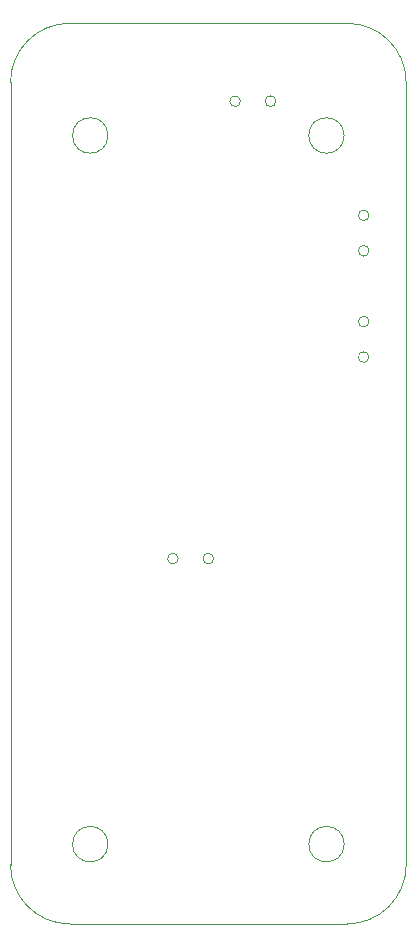
<source format=gbr>
%TF.GenerationSoftware,KiCad,Pcbnew,7.0.1*%
%TF.CreationDate,2023-11-18T18:12:55+02:00*%
%TF.ProjectId,Ulkovalo,556c6b6f-7661-46c6-9f2e-6b696361645f,rev?*%
%TF.SameCoordinates,Original*%
%TF.FileFunction,Profile,NP*%
%FSLAX46Y46*%
G04 Gerber Fmt 4.6, Leading zero omitted, Abs format (unit mm)*
G04 Created by KiCad (PCBNEW 7.0.1) date 2023-11-18 18:12:55*
%MOMM*%
%LPD*%
G01*
G04 APERTURE LIST*
%TA.AperFunction,Profile*%
%ADD10C,0.100000*%
%TD*%
%TA.AperFunction,Profile*%
%ADD11C,0.010000*%
%TD*%
G04 APERTURE END LIST*
D10*
X49250000Y-52500000D02*
G75*
G03*
X49250000Y-52500000I-1500000J0D01*
G01*
X69250000Y-112500000D02*
G75*
G03*
X69250000Y-112500000I-1500000J0D01*
G01*
X74500000Y-48000000D02*
X74500000Y-114250000D01*
X69500000Y-119250000D02*
G75*
G03*
X74500000Y-114250000I0J5000000D01*
G01*
X46000000Y-43000000D02*
X69500000Y-43000000D01*
X69250000Y-52500000D02*
G75*
G03*
X69250000Y-52500000I-1500000J0D01*
G01*
X41000000Y-114250000D02*
G75*
G03*
X46000000Y-119250000I5000000J0D01*
G01*
X69500000Y-119250000D02*
X46000000Y-119250000D01*
X49250000Y-112500000D02*
G75*
G03*
X49250000Y-112500000I-1500000J0D01*
G01*
X46000000Y-43000000D02*
G75*
G03*
X41000000Y-48000000I0J-5000000D01*
G01*
X41000000Y-114250000D02*
X41000000Y-48000000D01*
X74500000Y-48000000D02*
G75*
G03*
X69500000Y-43000000I-5000000J0D01*
G01*
D11*
%TO.C,SW4*%
X71350000Y-59262500D02*
G75*
G03*
X71350000Y-59262500I-450000J0D01*
G01*
X71350000Y-62262500D02*
G75*
G03*
X71350000Y-62262500I-450000J0D01*
G01*
%TO.C,SW1*%
X60462500Y-49600000D02*
G75*
G03*
X60462500Y-49600000I-450000J0D01*
G01*
X63462500Y-49600000D02*
G75*
G03*
X63462500Y-49600000I-450000J0D01*
G01*
%TO.C,SW3*%
X71350000Y-68262500D02*
G75*
G03*
X71350000Y-68262500I-450000J0D01*
G01*
X71350000Y-71262500D02*
G75*
G03*
X71350000Y-71262500I-450000J0D01*
G01*
%TO.C,SW2*%
X58200000Y-88325000D02*
G75*
G03*
X58200000Y-88325000I-450000J0D01*
G01*
X55200000Y-88325000D02*
G75*
G03*
X55200000Y-88325000I-450000J0D01*
G01*
%TD*%
M02*

</source>
